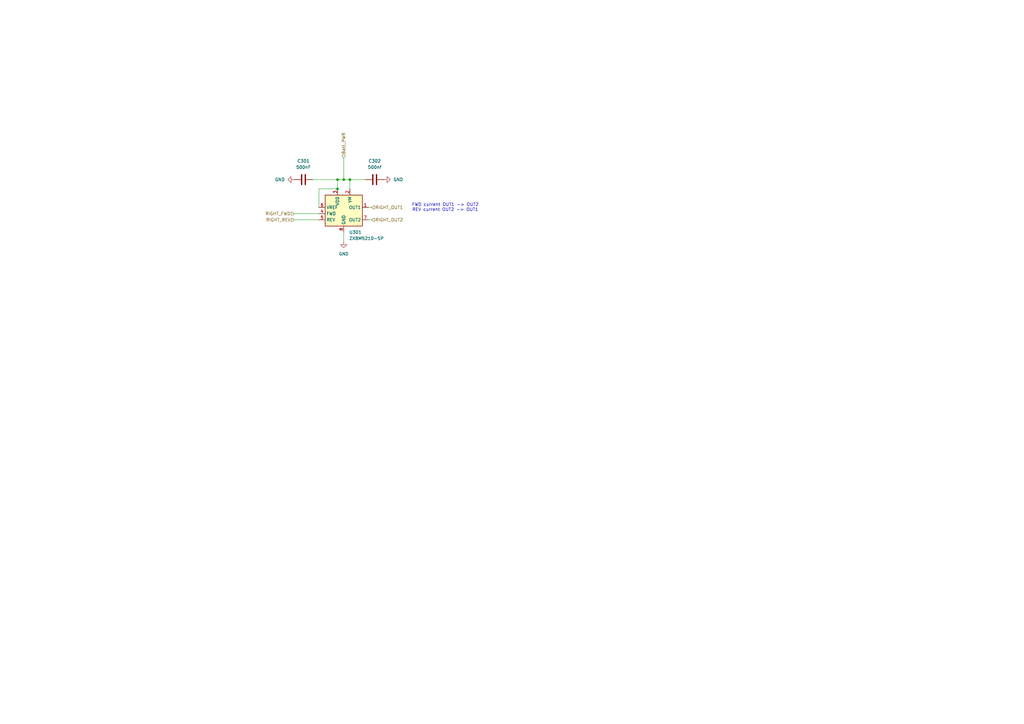
<source format=kicad_sch>
(kicad_sch (version 20231120) (generator "eeschema") (generator_version "8.0")
  (paper "A3")
  (lib_symbols
    (symbol "Device:C" (pin_numbers hide) (pin_names (offset 0.254))
      (property "Reference" "C" (at 0.635 2.54 0))
      (property "Value" "C" (at 0.635 -2.54 0))
      (symbol "C_0_1"
        (polyline (pts (xy -2.032 -0.762) (xy 2.032 -0.762)) (stroke (width 0.508)))
        (polyline (pts (xy -2.032 0.762) (xy 2.032 0.762)) (stroke (width 0.508)))
      )
      (symbol "C_1_1"
        (pin passive line (at 0 3.81 270) (length 2.794) (name "~") (number "1"))
        (pin passive line (at 0 -3.81 90) (length 2.794) (name "~") (number "2"))
      )
    )
    (symbol "Driver_Motor:ZXBM5210-SP"
      (property "Reference" "U" (at -7.62 8.89 0))
      (property "Value" "ZXBM5210-SP" (at 10.16 8.89 0))
      (symbol "ZXBM5210-SP_0_0"
        (pin output line (at 10.16 2.54 180) (length 2.54) (name "OUT1") (number "1"))
        (pin power_in line (at 2.54 10.16 270) (length 2.54) (name "VM") (number "2"))
        (pin power_in line (at -2.54 10.16 270) (length 2.54) (name "VDD") (number "3"))
        (pin input line (at -10.16 0 0) (length 2.54) (name "FWD") (number "4"))
        (pin input line (at -10.16 -2.54 0) (length 2.54) (name "REV") (number "5"))
        (pin input line (at -10.16 2.54 0) (length 2.54) (name "VREF") (number "6"))
        (pin output line (at 10.16 -2.54 180) (length 2.54) (name "OUT2") (number "7"))
        (pin power_in line (at 0 -7.62 90) (length 2.54) (name "GND") (number "8"))
        (pin passive line (at 0 -7.62 90) (length 2.54) hide (name "GND") (number "9"))
      )
      (symbol "ZXBM5210-SP_0_1"
        (rectangle (start -7.62 7.62) (end 7.62 -5.08) (stroke (width 0.254)) (fill (type background)))
      )
    )
    (symbol "power:GND" (power) (pin_numbers hide) (pin_names (offset 0) hide)
      (property "Value" "GND" (at 0 -3.81 0))
      (symbol "GND_0_1"
        (polyline (pts (xy 0 0) (xy 0 -1.27) (xy 1.27 -1.27) (xy 0 -2.54) (xy -1.27 -1.27) (xy 0 -1.27)))
      )
      (symbol "GND_1_1"
        (pin power_in line (at 0 0 270) (length 0) (name "~") (number "1"))
      )
    )
  )
  (junction (at 138.43 73.66))
  (junction (at 143.51 73.66))
  (junction (at 140.97 73.66))
  (junction (at 138.43 77.47))
  (wire (pts (xy 130.81 85.09) (xy 130.81 77.47)))
  (wire (pts (xy 138.43 73.66) (xy 140.97 73.66)))
  (wire (pts (xy 138.43 77.47) (xy 138.43 73.66)))
  (wire (pts (xy 120.65 90.17) (xy 130.81 90.17)))
  (wire (pts (xy 152.4 85.09) (xy 151.13 85.09)))
  (wire (pts (xy 152.4 90.17) (xy 151.13 90.17)))
  (wire (pts (xy 143.51 73.66) (xy 143.51 77.47)))
  (wire (pts (xy 130.81 77.47) (xy 138.43 77.47)))
  (wire (pts (xy 149.86 73.66) (xy 143.51 73.66)))
  (wire (pts (xy 140.97 95.25) (xy 140.97 99.06)))
  (wire (pts (xy 120.65 87.63) (xy 130.81 87.63)))
  (wire (pts (xy 138.43 73.66) (xy 128.27 73.66)))
  (wire (pts (xy 140.97 73.66) (xy 143.51 73.66)))
  (wire (pts (xy 140.97 73.66) (xy 140.97 64.77)))
  (text "FWD current OUT1 -> OUT2\nREV current OUT2 -> OUT1" (at 182.626 85.09 0) (effects (font (size 1.27 1.27))))
  (hierarchical_label "RIGHT_REV" (shape input) (at 120.65 90.17 180))
  (hierarchical_label "Batt_PWR" (shape input) (at 140.97 64.77 90))
  (hierarchical_label "RIGHT_OUT1" (shape input) (at 152.4 85.09 0))
  (hierarchical_label "RIGHT_OUT2" (shape input) (at 152.4 90.17 0))
  (hierarchical_label "RIGHT_FWD" (shape input) (at 120.65 87.63 180))
  (symbol (lib_id "power:GND") (at 157.48 73.66 90) (unit 1)
    (property "Reference" "#PWR0303" (effects (hide yes)))
    (property "Value" "GND" (at 161.29 73.6599 90) (effects (justify right)))
    (property "Description" "Power symbol creates a global label with name \"GND\" , ground" (effects (hide yes)))
  )
  (symbol (lib_id "power:GND") (at 120.65 73.66 270) (unit 1)
    (property "Reference" "#PWR0301" (effects (hide yes)))
    (property "Value" "GND" (at 116.84 73.6599 90) (effects (justify right)))
    (property "Description" "Power symbol creates a global label with name \"GND\" , ground" (effects (hide yes)))
  )
  (symbol (lib_id "power:GND") (at 140.97 99.06 0) (unit 1)
    (property "Reference" "#PWR0302" (effects (hide yes)))
    (property "Value" "GND" (at 140.97 104.14 0))
    (property "Description" "Power symbol creates a global label with name \"GND\" , ground" (effects (hide yes)))
  )
  (symbol (lib_id "Device:C") (at 153.67 73.66 270) (unit 1)
    (property "Reference" "C302" (at 153.67 66.04 90))
    (property "Value" "500nf" (at 153.67 68.58 90))
    (property "Description" "Unpolarized capacitor" (effects (hide yes)))
  )
  (symbol (lib_id "Driver_Motor:ZXBM5210-SP") (at 140.97 87.63 0) (unit 1)
    (property "Reference" "U301" (at 143.1641 95.25 0) (effects (justify left)))
    (property "Value" "ZXBM5210-SP" (at 143.1641 97.79 0) (effects (justify left)))
    (property "Footprint" "Package_SO:Diodes_SO-8EP" (effects (hide yes)))
    (property "Datasheet" "https://www.diodes.com/assets/Datasheets/ZXBM5210.pdf" (effects (hide yes)))
    (property "Description" "Reversible DC motor drive with speed control, 3-18V, 0.85A, SOIC-8EP" (effects (hide yes)))
  )
  (symbol (lib_id "Device:C") (at 124.46 73.66 90) (unit 1)
    (property "Reference" "C301" (at 124.46 66.04 90))
    (property "Value" "500nF" (at 124.46 68.58 90))
    (property "Description" "Unpolarized capacitor" (effects (hide yes)))
  )
)
</source>
